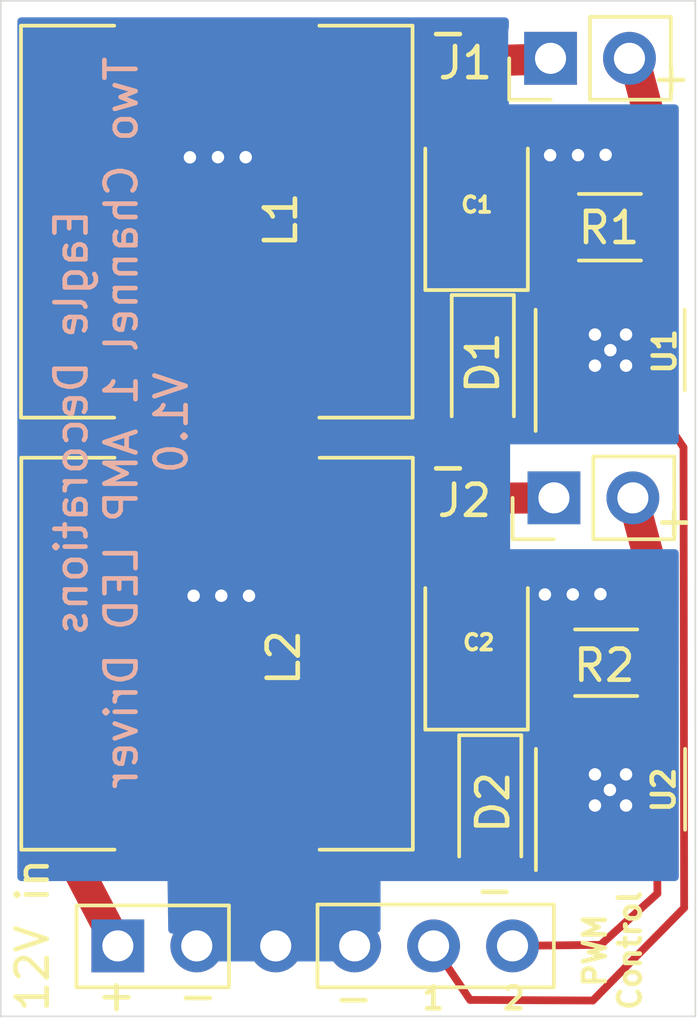
<source format=kicad_pcb>
(kicad_pcb (version 20171130) (host pcbnew "(5.1.6)-1")

  (general
    (thickness 1.6)
    (drawings 17)
    (tracks 68)
    (zones 0)
    (modules 13)
    (nets 11)
  )

  (page A4)
  (layers
    (0 F.Cu signal)
    (31 B.Cu signal)
    (32 B.Adhes user)
    (33 F.Adhes user)
    (34 B.Paste user)
    (35 F.Paste user)
    (36 B.SilkS user)
    (37 F.SilkS user)
    (38 B.Mask user)
    (39 F.Mask user)
    (40 Dwgs.User user)
    (41 Cmts.User user)
    (42 Eco1.User user hide)
    (43 Eco2.User user)
    (44 Edge.Cuts user)
    (45 Margin user)
    (46 B.CrtYd user)
    (47 F.CrtYd user)
    (48 B.Fab user)
    (49 F.Fab user hide)
  )

  (setup
    (last_trace_width 0.25)
    (user_trace_width 0.5)
    (user_trace_width 1)
    (user_trace_width 2)
    (trace_clearance 0.2)
    (zone_clearance 0.508)
    (zone_45_only no)
    (trace_min 0.2)
    (via_size 0.8)
    (via_drill 0.4)
    (via_min_size 0.4)
    (via_min_drill 0.3)
    (uvia_size 0.3)
    (uvia_drill 0.1)
    (uvias_allowed no)
    (uvia_min_size 0.2)
    (uvia_min_drill 0.1)
    (edge_width 0.05)
    (segment_width 0.2)
    (pcb_text_width 0.3)
    (pcb_text_size 1.5 1.5)
    (mod_edge_width 0.12)
    (mod_text_size 1 1)
    (mod_text_width 0.15)
    (pad_size 1.524 1.524)
    (pad_drill 0.762)
    (pad_to_mask_clearance 0.05)
    (aux_axis_origin 0 0)
    (visible_elements 7FFFFFFF)
    (pcbplotparams
      (layerselection 0x010fc_ffffffff)
      (usegerberextensions false)
      (usegerberattributes true)
      (usegerberadvancedattributes true)
      (creategerberjobfile true)
      (excludeedgelayer true)
      (linewidth 0.100000)
      (plotframeref false)
      (viasonmask false)
      (mode 1)
      (useauxorigin false)
      (hpglpennumber 1)
      (hpglpenspeed 20)
      (hpglpendiameter 15.000000)
      (psnegative false)
      (psa4output false)
      (plotreference true)
      (plotvalue true)
      (plotinvisibletext false)
      (padsonsilk false)
      (subtractmaskfromsilk false)
      (outputformat 1)
      (mirror false)
      (drillshape 0)
      (scaleselection 1)
      (outputdirectory "Gerbers/"))
  )

  (net 0 "")
  (net 1 /Gnd)
  (net 2 /Vin)
  (net 3 /SW1)
  (net 4 /SW2)
  (net 5 /LED1+)
  (net 6 /LED1-)
  (net 7 /LED2+)
  (net 8 /LED2-)
  (net 9 /Dim2)
  (net 10 /Dim1)

  (net_class Default "This is the default net class."
    (clearance 0.2)
    (trace_width 0.25)
    (via_dia 0.8)
    (via_drill 0.4)
    (uvia_dia 0.3)
    (uvia_drill 0.1)
    (add_net /Dim1)
    (add_net /Dim2)
    (add_net /Gnd)
    (add_net /LED1+)
    (add_net /LED1-)
    (add_net /LED2+)
    (add_net /LED2-)
    (add_net /SW1)
    (add_net /SW2)
    (add_net /Vin)
  )

  (module Pin_Headers:Pin_Header_Straight_1x06_Pitch2.54mm (layer F.Cu) (tedit 5F40665A) (tstamp 5F403BDC)
    (at 74.98712 51.07356 90)
    (descr "Through hole straight pin header, 1x06, 2.54mm pitch, single row")
    (tags "Through hole pin header THT 1x06 2.54mm single row")
    (path /5F3CA252)
    (fp_text reference J5 (at 0 -2.33 90) (layer Eco1.User)
      (effects (font (size 1 1) (thickness 0.15)))
    )
    (fp_text value Power (at 0 15.03 90) (layer F.Fab)
      (effects (font (size 1 1) (thickness 0.15)))
    )
    (fp_line (start 1.8 -1.8) (end -1.8 -1.8) (layer F.CrtYd) (width 0.05))
    (fp_line (start 1.8 14.5) (end 1.8 -1.8) (layer F.CrtYd) (width 0.05))
    (fp_line (start -1.8 14.5) (end 1.8 14.5) (layer F.CrtYd) (width 0.05))
    (fp_line (start -1.8 -1.8) (end -1.8 14.5) (layer F.CrtYd) (width 0.05))
    (fp_line (start -1.33 3.575) (end -1.33 -1.33) (layer F.SilkS) (width 0.12))
    (fp_line (start -1.33 -1.33) (end 1.3 -1.33) (layer F.SilkS) (width 0.12))
    (fp_line (start 1.33 6.425) (end 1.33 14.03) (layer F.SilkS) (width 0.12))
    (fp_line (start -1.33 6.425) (end -1.33 14.03) (layer F.SilkS) (width 0.12))
    (fp_line (start -1.33 14.03) (end 1.33 14.03) (layer F.SilkS) (width 0.12))
    (fp_line (start -1.27 -0.635) (end -0.635 -1.27) (layer F.Fab) (width 0.1))
    (fp_line (start -1.27 13.97) (end -1.27 -0.635) (layer F.Fab) (width 0.1))
    (fp_line (start 1.27 13.97) (end -1.27 13.97) (layer F.Fab) (width 0.1))
    (fp_line (start 1.27 -1.27) (end 1.27 13.97) (layer F.Fab) (width 0.1))
    (fp_line (start -0.635 -1.27) (end 1.27 -1.27) (layer F.Fab) (width 0.1))
    (fp_text user %R (at 0 6.35 180) (layer F.Fab)
      (effects (font (size 1 1) (thickness 0.15)))
    )
    (fp_line (start -1.33 6.425) (end 1.33 6.425) (layer F.SilkS) (width 0.12))
    (fp_line (start -1.33 3.575) (end 1.3 3.575) (layer F.SilkS) (width 0.12))
    (fp_line (start 1.3 3.575) (end 1.3 -1.33) (layer F.SilkS) (width 0.12))
    (pad 6 thru_hole oval (at 0 12.7 90) (size 1.7 1.7) (drill 1) (layers *.Cu *.Mask)
      (net 9 /Dim2))
    (pad 5 thru_hole oval (at 0 10.16 90) (size 1.7 1.7) (drill 1) (layers *.Cu *.Mask)
      (net 10 /Dim1))
    (pad 4 thru_hole oval (at 0 7.62 90) (size 1.7 1.7) (drill 1) (layers *.Cu *.Mask)
      (net 1 /Gnd))
    (pad 3 thru_hole oval (at 0 5.08 90) (size 1.7 1.7) (drill 1) (layers *.Cu *.Mask)
      (net 1 /Gnd))
    (pad 2 thru_hole oval (at 0 2.54 90) (size 1.7 1.7) (drill 1) (layers *.Cu *.Mask)
      (net 1 /Gnd))
    (pad 1 thru_hole rect (at 0 0 90) (size 1.7 1.7) (drill 1) (layers *.Cu *.Mask)
      (net 2 /Vin))
    (model ${KISYS3DMOD}/Pin_Headers.3dshapes/Pin_Header_Straight_1x06_Pitch2.54mm.wrl
      (at (xyz 0 0 0))
      (scale (xyz 1 1 1))
      (rotate (xyz 0 0 0))
    )
  )

  (module Diodes_SMD:D_SOD-123 (layer F.Cu) (tedit 58645DC7) (tstamp 5F3C62D5)
    (at 86.73 32.4 270)
    (descr SOD-123)
    (tags SOD-123)
    (path /5F3C641F)
    (attr smd)
    (fp_text reference D1 (at -0.07 0 90) (layer F.SilkS)
      (effects (font (size 1 1) (thickness 0.15)))
    )
    (fp_text value 1N5819 (at 0 2.1 90) (layer F.Fab)
      (effects (font (size 1 1) (thickness 0.15)))
    )
    (fp_line (start -2.25 -1) (end -2.25 1) (layer F.SilkS) (width 0.12))
    (fp_line (start 0.25 0) (end 0.75 0) (layer F.Fab) (width 0.1))
    (fp_line (start 0.25 0.4) (end -0.35 0) (layer F.Fab) (width 0.1))
    (fp_line (start 0.25 -0.4) (end 0.25 0.4) (layer F.Fab) (width 0.1))
    (fp_line (start -0.35 0) (end 0.25 -0.4) (layer F.Fab) (width 0.1))
    (fp_line (start -0.35 0) (end -0.35 0.55) (layer F.Fab) (width 0.1))
    (fp_line (start -0.35 0) (end -0.35 -0.55) (layer F.Fab) (width 0.1))
    (fp_line (start -0.75 0) (end -0.35 0) (layer F.Fab) (width 0.1))
    (fp_line (start -1.4 0.9) (end -1.4 -0.9) (layer F.Fab) (width 0.1))
    (fp_line (start 1.4 0.9) (end -1.4 0.9) (layer F.Fab) (width 0.1))
    (fp_line (start 1.4 -0.9) (end 1.4 0.9) (layer F.Fab) (width 0.1))
    (fp_line (start -1.4 -0.9) (end 1.4 -0.9) (layer F.Fab) (width 0.1))
    (fp_line (start -2.35 -1.15) (end 2.35 -1.15) (layer F.CrtYd) (width 0.05))
    (fp_line (start 2.35 -1.15) (end 2.35 1.15) (layer F.CrtYd) (width 0.05))
    (fp_line (start 2.35 1.15) (end -2.35 1.15) (layer F.CrtYd) (width 0.05))
    (fp_line (start -2.35 -1.15) (end -2.35 1.15) (layer F.CrtYd) (width 0.05))
    (fp_line (start -2.25 1) (end 1.65 1) (layer F.SilkS) (width 0.12))
    (fp_line (start -2.25 -1) (end 1.65 -1) (layer F.SilkS) (width 0.12))
    (fp_text user %R (at 0 -2 90) (layer F.Fab)
      (effects (font (size 1 1) (thickness 0.15)))
    )
    (pad 2 smd rect (at 1.65 0 270) (size 0.9 1.2) (layers F.Cu F.Paste F.Mask)
      (net 3 /SW1))
    (pad 1 smd rect (at -1.65 0 270) (size 0.9 1.2) (layers F.Cu F.Paste F.Mask)
      (net 2 /Vin))
    (model ${KISYS3DMOD}/Diodes_SMD.3dshapes/D_SOD-123.wrl
      (at (xyz 0 0 0))
      (scale (xyz 1 1 1))
      (rotate (xyz 0 0 0))
    )
  )

  (module Pin_Headers:Pin_Header_Straight_1x02_Pitch2.54mm (layer F.Cu) (tedit 59650532) (tstamp 5F3D4451)
    (at 88.91 22.54 90)
    (descr "Through hole straight pin header, 1x02, 2.54mm pitch, single row")
    (tags "Through hole pin header THT 1x02 2.54mm single row")
    (path /5F3CC684)
    (fp_text reference J1 (at -0.15 -2.74 180) (layer F.SilkS)
      (effects (font (size 1 1) (thickness 0.15)))
    )
    (fp_text value LED (at 0 4.87 90) (layer F.Fab)
      (effects (font (size 1 1) (thickness 0.15)))
    )
    (fp_line (start -0.635 -1.27) (end 1.27 -1.27) (layer F.Fab) (width 0.1))
    (fp_line (start 1.27 -1.27) (end 1.27 3.81) (layer F.Fab) (width 0.1))
    (fp_line (start 1.27 3.81) (end -1.27 3.81) (layer F.Fab) (width 0.1))
    (fp_line (start -1.27 3.81) (end -1.27 -0.635) (layer F.Fab) (width 0.1))
    (fp_line (start -1.27 -0.635) (end -0.635 -1.27) (layer F.Fab) (width 0.1))
    (fp_line (start -1.33 3.87) (end 1.33 3.87) (layer F.SilkS) (width 0.12))
    (fp_line (start -1.33 1.27) (end -1.33 3.87) (layer F.SilkS) (width 0.12))
    (fp_line (start 1.33 1.27) (end 1.33 3.87) (layer F.SilkS) (width 0.12))
    (fp_line (start -1.33 1.27) (end 1.33 1.27) (layer F.SilkS) (width 0.12))
    (fp_line (start -1.33 0) (end -1.33 -1.33) (layer F.SilkS) (width 0.12))
    (fp_line (start -1.33 -1.33) (end 0 -1.33) (layer F.SilkS) (width 0.12))
    (fp_line (start -1.8 -1.8) (end -1.8 4.35) (layer F.CrtYd) (width 0.05))
    (fp_line (start -1.8 4.35) (end 1.8 4.35) (layer F.CrtYd) (width 0.05))
    (fp_line (start 1.8 4.35) (end 1.8 -1.8) (layer F.CrtYd) (width 0.05))
    (fp_line (start 1.8 -1.8) (end -1.8 -1.8) (layer F.CrtYd) (width 0.05))
    (fp_text user %R (at 0 1.27) (layer F.Fab)
      (effects (font (size 1 1) (thickness 0.15)))
    )
    (pad 2 thru_hole oval (at 0 2.54 90) (size 1.7 1.7) (drill 1) (layers *.Cu *.Mask)
      (net 5 /LED1+))
    (pad 1 thru_hole rect (at 0 0 90) (size 1.7 1.7) (drill 1) (layers *.Cu *.Mask)
      (net 6 /LED1-))
    (model ${KISYS3DMOD}/Pin_Headers.3dshapes/Pin_Header_Straight_1x02_Pitch2.54mm.wrl
      (at (xyz 0 0 0))
      (scale (xyz 1 1 1))
      (rotate (xyz 0 0 0))
    )
  )

  (module Inductors_SMD:L_12x12mm_h6mm (layer F.Cu) (tedit 5990349B) (tstamp 5F3D3BE0)
    (at 78.17 27.79 270)
    (descr "Choke, SMD, 12x12mm 6mm height")
    (tags "Choke SMD")
    (path /5F3C7340)
    (attr smd)
    (fp_text reference L1 (at -0.05 -2.06 90) (layer F.SilkS)
      (effects (font (size 1 1) (thickness 0.15)))
    )
    (fp_text value 47mH (at 0 7.5 90) (layer F.Fab)
      (effects (font (size 1 1) (thickness 0.15)))
    )
    (fp_line (start 6.3 3.3) (end 6.3 6.3) (layer F.SilkS) (width 0.12))
    (fp_line (start 6.3 6.3) (end -6.3 6.3) (layer F.SilkS) (width 0.12))
    (fp_line (start -6.3 6.3) (end -6.3 3.3) (layer F.SilkS) (width 0.12))
    (fp_line (start -6.3 -3.3) (end -6.3 -6.3) (layer F.SilkS) (width 0.12))
    (fp_line (start -6.3 -6.3) (end 6.3 -6.3) (layer F.SilkS) (width 0.12))
    (fp_line (start 6.3 -6.3) (end 6.3 -3.3) (layer F.SilkS) (width 0.12))
    (fp_line (start -6.86 -6.6) (end 6.86 -6.6) (layer F.CrtYd) (width 0.05))
    (fp_line (start 6.86 -6.6) (end 6.86 6.6) (layer F.CrtYd) (width 0.05))
    (fp_line (start 6.86 6.6) (end -6.86 6.6) (layer F.CrtYd) (width 0.05))
    (fp_line (start -6.86 6.6) (end -6.86 -6.6) (layer F.CrtYd) (width 0.05))
    (fp_line (start 4.9 3.3) (end 5 3.4) (layer F.Fab) (width 0.1))
    (fp_line (start 5 3.4) (end 5.1 3.8) (layer F.Fab) (width 0.1))
    (fp_line (start 5.1 3.8) (end 5 4.3) (layer F.Fab) (width 0.1))
    (fp_line (start 5 4.3) (end 4.8 4.6) (layer F.Fab) (width 0.1))
    (fp_line (start 4.8 4.6) (end 4.5 5) (layer F.Fab) (width 0.1))
    (fp_line (start 4.5 5) (end 4 5.1) (layer F.Fab) (width 0.1))
    (fp_line (start 4 5.1) (end 3.5 5) (layer F.Fab) (width 0.1))
    (fp_line (start 3.5 5) (end 3.1 4.7) (layer F.Fab) (width 0.1))
    (fp_line (start 3.1 4.7) (end 3 4.6) (layer F.Fab) (width 0.1))
    (fp_line (start 3 4.6) (end 2.4 5) (layer F.Fab) (width 0.1))
    (fp_line (start 2.4 5) (end 1.6 5.3) (layer F.Fab) (width 0.1))
    (fp_line (start 1.6 5.3) (end 0.6 5.5) (layer F.Fab) (width 0.1))
    (fp_line (start 0.6 5.5) (end -0.6 5.5) (layer F.Fab) (width 0.1))
    (fp_line (start -0.6 5.5) (end -1.5 5.3) (layer F.Fab) (width 0.1))
    (fp_line (start -1.5 5.3) (end -2.1 5.1) (layer F.Fab) (width 0.1))
    (fp_line (start -2.1 5.1) (end -2.6 4.9) (layer F.Fab) (width 0.1))
    (fp_line (start -2.6 4.9) (end -3 4.7) (layer F.Fab) (width 0.1))
    (fp_line (start -3 4.7) (end -3.3 4.9) (layer F.Fab) (width 0.1))
    (fp_line (start -3.3 4.9) (end -3.9 5.1) (layer F.Fab) (width 0.1))
    (fp_line (start -3.9 5.1) (end -4.3 5) (layer F.Fab) (width 0.1))
    (fp_line (start -4.3 5) (end -4.6 4.8) (layer F.Fab) (width 0.1))
    (fp_line (start -4.6 4.8) (end -4.9 4.6) (layer F.Fab) (width 0.1))
    (fp_line (start -4.9 4.6) (end -5.1 4.1) (layer F.Fab) (width 0.1))
    (fp_line (start -5.1 4.1) (end -5 3.6) (layer F.Fab) (width 0.1))
    (fp_line (start -5 3.6) (end -4.8 3.2) (layer F.Fab) (width 0.1))
    (fp_line (start 4.9 -3.3) (end 5 -3.6) (layer F.Fab) (width 0.1))
    (fp_line (start 5 -3.6) (end 5.1 -4) (layer F.Fab) (width 0.1))
    (fp_line (start 5.1 -4) (end 5 -4.3) (layer F.Fab) (width 0.1))
    (fp_line (start 5 -4.3) (end 4.8 -4.7) (layer F.Fab) (width 0.1))
    (fp_line (start 4.8 -4.7) (end 4.5 -4.9) (layer F.Fab) (width 0.1))
    (fp_line (start 4.5 -4.9) (end 4.2 -5.1) (layer F.Fab) (width 0.1))
    (fp_line (start 4.2 -5.1) (end 3.9 -5.1) (layer F.Fab) (width 0.1))
    (fp_line (start 3.9 -5.1) (end 3.6 -5) (layer F.Fab) (width 0.1))
    (fp_line (start 3.6 -5) (end 3.3 -4.9) (layer F.Fab) (width 0.1))
    (fp_line (start 3.3 -4.9) (end 3 -4.6) (layer F.Fab) (width 0.1))
    (fp_line (start 3 -4.6) (end 2.6 -4.9) (layer F.Fab) (width 0.1))
    (fp_line (start 2.6 -4.9) (end 2.2 -5.1) (layer F.Fab) (width 0.1))
    (fp_line (start 2.2 -5.1) (end 1.7 -5.3) (layer F.Fab) (width 0.1))
    (fp_line (start 1.7 -5.3) (end 0.9 -5.5) (layer F.Fab) (width 0.1))
    (fp_line (start 0.9 -5.5) (end 0 -5.6) (layer F.Fab) (width 0.1))
    (fp_line (start 0 -5.6) (end -0.8 -5.5) (layer F.Fab) (width 0.1))
    (fp_line (start -0.8 -5.5) (end -1.7 -5.3) (layer F.Fab) (width 0.1))
    (fp_line (start -1.7 -5.3) (end -2.6 -4.9) (layer F.Fab) (width 0.1))
    (fp_line (start -2.6 -4.9) (end -3 -4.7) (layer F.Fab) (width 0.1))
    (fp_line (start -3 -4.7) (end -3.3 -4.9) (layer F.Fab) (width 0.1))
    (fp_line (start -3.3 -4.9) (end -3.7 -5.1) (layer F.Fab) (width 0.1))
    (fp_line (start -3.7 -5.1) (end -4.2 -5) (layer F.Fab) (width 0.1))
    (fp_line (start -4.2 -5) (end -4.6 -4.8) (layer F.Fab) (width 0.1))
    (fp_line (start -4.6 -4.8) (end -4.9 -4.5) (layer F.Fab) (width 0.1))
    (fp_line (start -4.9 -4.5) (end -5.1 -4) (layer F.Fab) (width 0.1))
    (fp_line (start -5.1 -4) (end -5 -3.5) (layer F.Fab) (width 0.1))
    (fp_line (start -5 -3.5) (end -4.8 -3.2) (layer F.Fab) (width 0.1))
    (fp_line (start -6.2 3.3) (end -6.2 6.2) (layer F.Fab) (width 0.1))
    (fp_line (start -6.2 6.2) (end 6.2 6.2) (layer F.Fab) (width 0.1))
    (fp_line (start 6.2 6.2) (end 6.2 3.3) (layer F.Fab) (width 0.1))
    (fp_line (start 6.2 -6.2) (end -6.2 -6.2) (layer F.Fab) (width 0.1))
    (fp_line (start -6.2 -6.2) (end -6.2 -3.3) (layer F.Fab) (width 0.1))
    (fp_line (start 6.2 -6.2) (end 6.2 -3.3) (layer F.Fab) (width 0.1))
    (fp_circle (center 0 0) (end 0.9 0) (layer F.Adhes) (width 0.38))
    (fp_circle (center 0 0) (end 0.55 0) (layer F.Adhes) (width 0.38))
    (fp_circle (center 0 0) (end 0.15 0.15) (layer F.Adhes) (width 0.38))
    (fp_circle (center -2.1 3) (end -1.8 3.25) (layer F.Fab) (width 0.1))
    (fp_text user %R (at 0 0 90) (layer F.Fab)
      (effects (font (size 1 1) (thickness 0.15)))
    )
    (pad 2 smd rect (at 4.95 0 270) (size 2.9 5.4) (layers F.Cu F.Paste F.Mask)
      (net 3 /SW1))
    (pad 1 smd rect (at -4.95 0 270) (size 2.9 5.4) (layers F.Cu F.Paste F.Mask)
      (net 6 /LED1-))
    (model ${KISYS3DMOD}/Inductors_SMD.3dshapes/L_12x12mm_h6mm.wrl
      (at (xyz 0 0 0))
      (scale (xyz 4 4 4))
      (rotate (xyz 0 0 0))
    )
  )

  (module Resistors_SMD:R_1206 (layer F.Cu) (tedit 58E0A804) (tstamp 5F3C6377)
    (at 90.82 27.97)
    (descr "Resistor SMD 1206, reflow soldering, Vishay (see dcrcw.pdf)")
    (tags "resistor 1206")
    (path /5F3C7B30)
    (attr smd)
    (fp_text reference R1 (at -0.03 0.02) (layer F.SilkS)
      (effects (font (size 1 1) (thickness 0.15)))
    )
    (fp_text value 0.2 (at 0 1.95) (layer F.Fab)
      (effects (font (size 1 1) (thickness 0.15)))
    )
    (fp_line (start -1.6 0.8) (end -1.6 -0.8) (layer F.Fab) (width 0.1))
    (fp_line (start 1.6 0.8) (end -1.6 0.8) (layer F.Fab) (width 0.1))
    (fp_line (start 1.6 -0.8) (end 1.6 0.8) (layer F.Fab) (width 0.1))
    (fp_line (start -1.6 -0.8) (end 1.6 -0.8) (layer F.Fab) (width 0.1))
    (fp_line (start 1 1.07) (end -1 1.07) (layer F.SilkS) (width 0.12))
    (fp_line (start -1 -1.07) (end 1 -1.07) (layer F.SilkS) (width 0.12))
    (fp_line (start -2.15 -1.11) (end 2.15 -1.11) (layer F.CrtYd) (width 0.05))
    (fp_line (start -2.15 -1.11) (end -2.15 1.1) (layer F.CrtYd) (width 0.05))
    (fp_line (start 2.15 1.1) (end 2.15 -1.11) (layer F.CrtYd) (width 0.05))
    (fp_line (start 2.15 1.1) (end -2.15 1.1) (layer F.CrtYd) (width 0.05))
    (fp_text user %R (at 0 0) (layer F.Fab)
      (effects (font (size 0.7 0.7) (thickness 0.105)))
    )
    (pad 2 smd rect (at 1.45 0) (size 0.9 1.7) (layers F.Cu F.Paste F.Mask)
      (net 5 /LED1+))
    (pad 1 smd rect (at -1.45 0) (size 0.9 1.7) (layers F.Cu F.Paste F.Mask)
      (net 2 /Vin))
    (model ${KISYS3DMOD}/Resistors_SMD.3dshapes/R_1206.wrl
      (at (xyz 0 0 0))
      (scale (xyz 1 1 1))
      (rotate (xyz 0 0 0))
    )
  )

  (module Diodes_SMD:D_SOD-123 (layer F.Cu) (tedit 58645DC7) (tstamp 5F3D45AB)
    (at 86.97 46.55 270)
    (descr SOD-123)
    (tags SOD-123)
    (path /5F3EAA5F)
    (attr smd)
    (fp_text reference D2 (at -0.09 -0.09 90) (layer F.SilkS)
      (effects (font (size 1 1) (thickness 0.15)))
    )
    (fp_text value 1N5819 (at 0 2.1 90) (layer F.Fab)
      (effects (font (size 1 1) (thickness 0.15)))
    )
    (fp_line (start -2.25 -1) (end -2.25 1) (layer F.SilkS) (width 0.12))
    (fp_line (start 0.25 0) (end 0.75 0) (layer F.Fab) (width 0.1))
    (fp_line (start 0.25 0.4) (end -0.35 0) (layer F.Fab) (width 0.1))
    (fp_line (start 0.25 -0.4) (end 0.25 0.4) (layer F.Fab) (width 0.1))
    (fp_line (start -0.35 0) (end 0.25 -0.4) (layer F.Fab) (width 0.1))
    (fp_line (start -0.35 0) (end -0.35 0.55) (layer F.Fab) (width 0.1))
    (fp_line (start -0.35 0) (end -0.35 -0.55) (layer F.Fab) (width 0.1))
    (fp_line (start -0.75 0) (end -0.35 0) (layer F.Fab) (width 0.1))
    (fp_line (start -1.4 0.9) (end -1.4 -0.9) (layer F.Fab) (width 0.1))
    (fp_line (start 1.4 0.9) (end -1.4 0.9) (layer F.Fab) (width 0.1))
    (fp_line (start 1.4 -0.9) (end 1.4 0.9) (layer F.Fab) (width 0.1))
    (fp_line (start -1.4 -0.9) (end 1.4 -0.9) (layer F.Fab) (width 0.1))
    (fp_line (start -2.35 -1.15) (end 2.35 -1.15) (layer F.CrtYd) (width 0.05))
    (fp_line (start 2.35 -1.15) (end 2.35 1.15) (layer F.CrtYd) (width 0.05))
    (fp_line (start 2.35 1.15) (end -2.35 1.15) (layer F.CrtYd) (width 0.05))
    (fp_line (start -2.35 -1.15) (end -2.35 1.15) (layer F.CrtYd) (width 0.05))
    (fp_line (start -2.25 1) (end 1.65 1) (layer F.SilkS) (width 0.12))
    (fp_line (start -2.25 -1) (end 1.65 -1) (layer F.SilkS) (width 0.12))
    (fp_text user %R (at 0 -2 90) (layer F.Fab)
      (effects (font (size 1 1) (thickness 0.15)))
    )
    (pad 2 smd rect (at 1.65 0 270) (size 0.9 1.2) (layers F.Cu F.Paste F.Mask)
      (net 4 /SW2))
    (pad 1 smd rect (at -1.65 0 270) (size 0.9 1.2) (layers F.Cu F.Paste F.Mask)
      (net 2 /Vin))
    (model ${KISYS3DMOD}/Diodes_SMD.3dshapes/D_SOD-123.wrl
      (at (xyz 0 0 0))
      (scale (xyz 1 1 1))
      (rotate (xyz 0 0 0))
    )
  )

  (module Pin_Headers:Pin_Header_Straight_1x02_Pitch2.54mm (layer F.Cu) (tedit 59650532) (tstamp 5F3C8EF6)
    (at 89.02 36.67 90)
    (descr "Through hole straight pin header, 1x02, 2.54mm pitch, single row")
    (tags "Through hole pin header THT 1x02 2.54mm single row")
    (path /5F3EAA3F)
    (fp_text reference J2 (at -0.09 -2.88 180) (layer F.SilkS)
      (effects (font (size 1 1) (thickness 0.15)))
    )
    (fp_text value LED (at 0 4.87 90) (layer F.Fab)
      (effects (font (size 1 1) (thickness 0.15)))
    )
    (fp_line (start -0.635 -1.27) (end 1.27 -1.27) (layer F.Fab) (width 0.1))
    (fp_line (start 1.27 -1.27) (end 1.27 3.81) (layer F.Fab) (width 0.1))
    (fp_line (start 1.27 3.81) (end -1.27 3.81) (layer F.Fab) (width 0.1))
    (fp_line (start -1.27 3.81) (end -1.27 -0.635) (layer F.Fab) (width 0.1))
    (fp_line (start -1.27 -0.635) (end -0.635 -1.27) (layer F.Fab) (width 0.1))
    (fp_line (start -1.33 3.87) (end 1.33 3.87) (layer F.SilkS) (width 0.12))
    (fp_line (start -1.33 1.27) (end -1.33 3.87) (layer F.SilkS) (width 0.12))
    (fp_line (start 1.33 1.27) (end 1.33 3.87) (layer F.SilkS) (width 0.12))
    (fp_line (start -1.33 1.27) (end 1.33 1.27) (layer F.SilkS) (width 0.12))
    (fp_line (start -1.33 0) (end -1.33 -1.33) (layer F.SilkS) (width 0.12))
    (fp_line (start -1.33 -1.33) (end 0 -1.33) (layer F.SilkS) (width 0.12))
    (fp_line (start -1.8 -1.8) (end -1.8 4.35) (layer F.CrtYd) (width 0.05))
    (fp_line (start -1.8 4.35) (end 1.8 4.35) (layer F.CrtYd) (width 0.05))
    (fp_line (start 1.8 4.35) (end 1.8 -1.8) (layer F.CrtYd) (width 0.05))
    (fp_line (start 1.8 -1.8) (end -1.8 -1.8) (layer F.CrtYd) (width 0.05))
    (fp_text user %R (at 0 1.27) (layer F.Fab)
      (effects (font (size 1 1) (thickness 0.15)))
    )
    (pad 2 thru_hole oval (at 0 2.54 90) (size 1.7 1.7) (drill 1) (layers *.Cu *.Mask)
      (net 7 /LED2+))
    (pad 1 thru_hole rect (at 0 0 90) (size 1.7 1.7) (drill 1) (layers *.Cu *.Mask)
      (net 8 /LED2-))
    (model ${KISYS3DMOD}/Pin_Headers.3dshapes/Pin_Header_Straight_1x02_Pitch2.54mm.wrl
      (at (xyz 0 0 0))
      (scale (xyz 1 1 1))
      (rotate (xyz 0 0 0))
    )
  )

  (module Inductors_SMD:L_12x12mm_h6mm (layer F.Cu) (tedit 5990349B) (tstamp 5F3C8F89)
    (at 78.18 41.68 270)
    (descr "Choke, SMD, 12x12mm 6mm height")
    (tags "Choke SMD")
    (path /5F3EAA58)
    (attr smd)
    (fp_text reference L2 (at 0.13 -2.14 90) (layer F.SilkS)
      (effects (font (size 1 1) (thickness 0.15)))
    )
    (fp_text value 47mH (at 0 7.5 90) (layer F.Fab)
      (effects (font (size 1 1) (thickness 0.15)))
    )
    (fp_circle (center -2.1 3) (end -1.8 3.25) (layer F.Fab) (width 0.1))
    (fp_circle (center 0 0) (end 0.15 0.15) (layer F.Adhes) (width 0.38))
    (fp_circle (center 0 0) (end 0.55 0) (layer F.Adhes) (width 0.38))
    (fp_circle (center 0 0) (end 0.9 0) (layer F.Adhes) (width 0.38))
    (fp_line (start 6.2 -6.2) (end 6.2 -3.3) (layer F.Fab) (width 0.1))
    (fp_line (start -6.2 -6.2) (end -6.2 -3.3) (layer F.Fab) (width 0.1))
    (fp_line (start 6.2 -6.2) (end -6.2 -6.2) (layer F.Fab) (width 0.1))
    (fp_line (start 6.2 6.2) (end 6.2 3.3) (layer F.Fab) (width 0.1))
    (fp_line (start -6.2 6.2) (end 6.2 6.2) (layer F.Fab) (width 0.1))
    (fp_line (start -6.2 3.3) (end -6.2 6.2) (layer F.Fab) (width 0.1))
    (fp_line (start -5 -3.5) (end -4.8 -3.2) (layer F.Fab) (width 0.1))
    (fp_line (start -5.1 -4) (end -5 -3.5) (layer F.Fab) (width 0.1))
    (fp_line (start -4.9 -4.5) (end -5.1 -4) (layer F.Fab) (width 0.1))
    (fp_line (start -4.6 -4.8) (end -4.9 -4.5) (layer F.Fab) (width 0.1))
    (fp_line (start -4.2 -5) (end -4.6 -4.8) (layer F.Fab) (width 0.1))
    (fp_line (start -3.7 -5.1) (end -4.2 -5) (layer F.Fab) (width 0.1))
    (fp_line (start -3.3 -4.9) (end -3.7 -5.1) (layer F.Fab) (width 0.1))
    (fp_line (start -3 -4.7) (end -3.3 -4.9) (layer F.Fab) (width 0.1))
    (fp_line (start -2.6 -4.9) (end -3 -4.7) (layer F.Fab) (width 0.1))
    (fp_line (start -1.7 -5.3) (end -2.6 -4.9) (layer F.Fab) (width 0.1))
    (fp_line (start -0.8 -5.5) (end -1.7 -5.3) (layer F.Fab) (width 0.1))
    (fp_line (start 0 -5.6) (end -0.8 -5.5) (layer F.Fab) (width 0.1))
    (fp_line (start 0.9 -5.5) (end 0 -5.6) (layer F.Fab) (width 0.1))
    (fp_line (start 1.7 -5.3) (end 0.9 -5.5) (layer F.Fab) (width 0.1))
    (fp_line (start 2.2 -5.1) (end 1.7 -5.3) (layer F.Fab) (width 0.1))
    (fp_line (start 2.6 -4.9) (end 2.2 -5.1) (layer F.Fab) (width 0.1))
    (fp_line (start 3 -4.6) (end 2.6 -4.9) (layer F.Fab) (width 0.1))
    (fp_line (start 3.3 -4.9) (end 3 -4.6) (layer F.Fab) (width 0.1))
    (fp_line (start 3.6 -5) (end 3.3 -4.9) (layer F.Fab) (width 0.1))
    (fp_line (start 3.9 -5.1) (end 3.6 -5) (layer F.Fab) (width 0.1))
    (fp_line (start 4.2 -5.1) (end 3.9 -5.1) (layer F.Fab) (width 0.1))
    (fp_line (start 4.5 -4.9) (end 4.2 -5.1) (layer F.Fab) (width 0.1))
    (fp_line (start 4.8 -4.7) (end 4.5 -4.9) (layer F.Fab) (width 0.1))
    (fp_line (start 5 -4.3) (end 4.8 -4.7) (layer F.Fab) (width 0.1))
    (fp_line (start 5.1 -4) (end 5 -4.3) (layer F.Fab) (width 0.1))
    (fp_line (start 5 -3.6) (end 5.1 -4) (layer F.Fab) (width 0.1))
    (fp_line (start 4.9 -3.3) (end 5 -3.6) (layer F.Fab) (width 0.1))
    (fp_line (start -5 3.6) (end -4.8 3.2) (layer F.Fab) (width 0.1))
    (fp_line (start -5.1 4.1) (end -5 3.6) (layer F.Fab) (width 0.1))
    (fp_line (start -4.9 4.6) (end -5.1 4.1) (layer F.Fab) (width 0.1))
    (fp_line (start -4.6 4.8) (end -4.9 4.6) (layer F.Fab) (width 0.1))
    (fp_line (start -4.3 5) (end -4.6 4.8) (layer F.Fab) (width 0.1))
    (fp_line (start -3.9 5.1) (end -4.3 5) (layer F.Fab) (width 0.1))
    (fp_line (start -3.3 4.9) (end -3.9 5.1) (layer F.Fab) (width 0.1))
    (fp_line (start -3 4.7) (end -3.3 4.9) (layer F.Fab) (width 0.1))
    (fp_line (start -2.6 4.9) (end -3 4.7) (layer F.Fab) (width 0.1))
    (fp_line (start -2.1 5.1) (end -2.6 4.9) (layer F.Fab) (width 0.1))
    (fp_line (start -1.5 5.3) (end -2.1 5.1) (layer F.Fab) (width 0.1))
    (fp_line (start -0.6 5.5) (end -1.5 5.3) (layer F.Fab) (width 0.1))
    (fp_line (start 0.6 5.5) (end -0.6 5.5) (layer F.Fab) (width 0.1))
    (fp_line (start 1.6 5.3) (end 0.6 5.5) (layer F.Fab) (width 0.1))
    (fp_line (start 2.4 5) (end 1.6 5.3) (layer F.Fab) (width 0.1))
    (fp_line (start 3 4.6) (end 2.4 5) (layer F.Fab) (width 0.1))
    (fp_line (start 3.1 4.7) (end 3 4.6) (layer F.Fab) (width 0.1))
    (fp_line (start 3.5 5) (end 3.1 4.7) (layer F.Fab) (width 0.1))
    (fp_line (start 4 5.1) (end 3.5 5) (layer F.Fab) (width 0.1))
    (fp_line (start 4.5 5) (end 4 5.1) (layer F.Fab) (width 0.1))
    (fp_line (start 4.8 4.6) (end 4.5 5) (layer F.Fab) (width 0.1))
    (fp_line (start 5 4.3) (end 4.8 4.6) (layer F.Fab) (width 0.1))
    (fp_line (start 5.1 3.8) (end 5 4.3) (layer F.Fab) (width 0.1))
    (fp_line (start 5 3.4) (end 5.1 3.8) (layer F.Fab) (width 0.1))
    (fp_line (start 4.9 3.3) (end 5 3.4) (layer F.Fab) (width 0.1))
    (fp_line (start -6.86 6.6) (end -6.86 -6.6) (layer F.CrtYd) (width 0.05))
    (fp_line (start 6.86 6.6) (end -6.86 6.6) (layer F.CrtYd) (width 0.05))
    (fp_line (start 6.86 -6.6) (end 6.86 6.6) (layer F.CrtYd) (width 0.05))
    (fp_line (start -6.86 -6.6) (end 6.86 -6.6) (layer F.CrtYd) (width 0.05))
    (fp_line (start 6.3 -6.3) (end 6.3 -3.3) (layer F.SilkS) (width 0.12))
    (fp_line (start -6.3 -6.3) (end 6.3 -6.3) (layer F.SilkS) (width 0.12))
    (fp_line (start -6.3 -3.3) (end -6.3 -6.3) (layer F.SilkS) (width 0.12))
    (fp_line (start -6.3 6.3) (end -6.3 3.3) (layer F.SilkS) (width 0.12))
    (fp_line (start 6.3 6.3) (end -6.3 6.3) (layer F.SilkS) (width 0.12))
    (fp_line (start 6.3 3.3) (end 6.3 6.3) (layer F.SilkS) (width 0.12))
    (fp_text user %R (at 0 0 90) (layer F.Fab)
      (effects (font (size 1 1) (thickness 0.15)))
    )
    (pad 1 smd rect (at -4.95 0 270) (size 2.9 5.4) (layers F.Cu F.Paste F.Mask)
      (net 8 /LED2-))
    (pad 2 smd rect (at 4.95 0 270) (size 2.9 5.4) (layers F.Cu F.Paste F.Mask)
      (net 4 /SW2))
    (model ${KISYS3DMOD}/Inductors_SMD.3dshapes/L_12x12mm_h6mm.wrl
      (at (xyz 0 0 0))
      (scale (xyz 4 4 4))
      (rotate (xyz 0 0 0))
    )
  )

  (module Resistors_SMD:R_1206 (layer F.Cu) (tedit 58E0A804) (tstamp 5F3C9038)
    (at 90.7 41.97)
    (descr "Resistor SMD 1206, reflow soldering, Vishay (see dcrcw.pdf)")
    (tags "resistor 1206")
    (path /5F3EAA51)
    (attr smd)
    (fp_text reference R2 (at -0.06 0.09) (layer F.SilkS)
      (effects (font (size 1 1) (thickness 0.15)))
    )
    (fp_text value 0.2 (at 0 1.95) (layer F.Fab)
      (effects (font (size 1 1) (thickness 0.15)))
    )
    (fp_line (start -1.6 0.8) (end -1.6 -0.8) (layer F.Fab) (width 0.1))
    (fp_line (start 1.6 0.8) (end -1.6 0.8) (layer F.Fab) (width 0.1))
    (fp_line (start 1.6 -0.8) (end 1.6 0.8) (layer F.Fab) (width 0.1))
    (fp_line (start -1.6 -0.8) (end 1.6 -0.8) (layer F.Fab) (width 0.1))
    (fp_line (start 1 1.07) (end -1 1.07) (layer F.SilkS) (width 0.12))
    (fp_line (start -1 -1.07) (end 1 -1.07) (layer F.SilkS) (width 0.12))
    (fp_line (start -2.15 -1.11) (end 2.15 -1.11) (layer F.CrtYd) (width 0.05))
    (fp_line (start -2.15 -1.11) (end -2.15 1.1) (layer F.CrtYd) (width 0.05))
    (fp_line (start 2.15 1.1) (end 2.15 -1.11) (layer F.CrtYd) (width 0.05))
    (fp_line (start 2.15 1.1) (end -2.15 1.1) (layer F.CrtYd) (width 0.05))
    (fp_text user %R (at 0 0) (layer F.Fab)
      (effects (font (size 0.7 0.7) (thickness 0.105)))
    )
    (pad 2 smd rect (at 1.45 0) (size 0.9 1.7) (layers F.Cu F.Paste F.Mask)
      (net 7 /LED2+))
    (pad 1 smd rect (at -1.45 0) (size 0.9 1.7) (layers F.Cu F.Paste F.Mask)
      (net 2 /Vin))
    (model ${KISYS3DMOD}/Resistors_SMD.3dshapes/R_1206.wrl
      (at (xyz 0 0 0))
      (scale (xyz 1 1 1))
      (rotate (xyz 0 0 0))
    )
  )

  (module TO_SOT_Packages_SMD:SOT-89-5_Housing (layer F.Cu) (tedit 58CE4E7F) (tstamp 5F3D4AEE)
    (at 90.83 31.92 90)
    (descr "SOT-89-5, Housing,http://www.e-devices.ricoh.co.jp/en/products/product_power/pkg/sot-89-5.pdf")
    (tags "SOT-89-5 Housing ")
    (path /5F3C5AD2)
    (attr smd)
    (fp_text reference U1 (at -0.04 1.75 90) (layer F.SilkS)
      (effects (font (size 0.7 0.7) (thickness 0.15)))
    )
    (fp_text value PT4115 (at -0.275 3.325 90) (layer F.Fab)
      (effects (font (size 1 1) (thickness 0.15)))
    )
    (fp_line (start -2.85 2.55) (end -2.85 -2.55) (layer F.CrtYd) (width 0.05))
    (fp_line (start -2.85 2.55) (end 2.85 2.55) (layer F.CrtYd) (width 0.05))
    (fp_line (start 2.85 -2.55) (end -2.85 -2.55) (layer F.CrtYd) (width 0.05))
    (fp_line (start 2.85 -2.55) (end 2.85 2.55) (layer F.CrtYd) (width 0.05))
    (fp_line (start -0.5 -2.3) (end 1.31 -2.3) (layer F.Fab) (width 0.1))
    (fp_line (start -1.29 2.3) (end -1.29 -1.51) (layer F.Fab) (width 0.1))
    (fp_line (start 1.31 2.3) (end -1.29 2.3) (layer F.Fab) (width 0.1))
    (fp_line (start 1.31 -2.3) (end 1.31 2.3) (layer F.Fab) (width 0.1))
    (fp_line (start -1.29 -1.51) (end -0.5 -2.3) (layer F.Fab) (width 0.1))
    (fp_line (start -2.6 -2.4) (end 1.3 -2.4) (layer F.SilkS) (width 0.12))
    (fp_line (start 1.3 2.4) (end -1.3 2.4) (layer F.SilkS) (width 0.12))
    (fp_text user %R (at 0 0) (layer F.Fab)
      (effects (font (size 0.6 0.6) (thickness 0.09)))
    )
    (pad 2 smd trapezoid (at 0.775 0) (size 1.5 0.75) (rect_delta 0 0.5 ) (layers F.Cu F.Paste F.Mask)
      (net 1 /Gnd))
    (pad 5 smd rect (at 1.85 -1.5) (size 0.7 1.5) (layers F.Cu F.Paste F.Mask)
      (net 2 /Vin))
    (pad 4 smd rect (at 1.85 1.5) (size 0.7 1.5) (layers F.Cu F.Paste F.Mask)
      (net 5 /LED1+))
    (pad 1 smd rect (at -1.85 -1.5) (size 0.7 1.5) (layers F.Cu F.Paste F.Mask)
      (net 3 /SW1))
    (pad 2 smd rect (at -1.85 0) (size 1 1.5) (layers F.Cu F.Paste F.Mask)
      (net 1 /Gnd))
    (pad 3 smd rect (at -1.85 1.5) (size 0.7 1.5) (layers F.Cu F.Paste F.Mask)
      (net 10 /Dim1))
    (pad 2 smd rect (at 1.85 0) (size 1 1.5) (layers F.Cu F.Paste F.Mask)
      (net 1 /Gnd))
    (pad 2 smd trapezoid (at -0.775 0 180) (size 1.5 0.75) (rect_delta 0 0.5 ) (layers F.Cu F.Paste F.Mask)
      (net 1 /Gnd))
    (pad 2 smd rect (at 0 0) (size 2 0.8) (layers F.Cu F.Paste F.Mask)
      (net 1 /Gnd))
    (model ${KISYS3DMOD}/TO_SOT_Packages_SMD.3dshapes/SOT-89-5_Housing.wrl
      (at (xyz 0 0 0))
      (scale (xyz 0.39 0.39 0.39))
      (rotate (xyz 0 0 90))
    )
  )

  (module TO_SOT_Packages_SMD:SOT-89-5_Housing (layer F.Cu) (tedit 58CE4E7F) (tstamp 5F3CA073)
    (at 90.84 46.04 90)
    (descr "SOT-89-5, Housing,http://www.e-devices.ricoh.co.jp/en/products/product_power/pkg/sot-89-5.pdf")
    (tags "SOT-89-5 Housing ")
    (path /5F3EAA66)
    (attr smd)
    (fp_text reference U2 (at -0.02 1.71 90) (layer F.SilkS)
      (effects (font (size 0.7 0.7) (thickness 0.15)))
    )
    (fp_text value PT4115 (at -0.275 3.325 90) (layer F.Fab)
      (effects (font (size 1 1) (thickness 0.15)))
    )
    (fp_line (start 1.3 2.4) (end -1.3 2.4) (layer F.SilkS) (width 0.12))
    (fp_line (start -2.6 -2.4) (end 1.3 -2.4) (layer F.SilkS) (width 0.12))
    (fp_line (start -1.29 -1.51) (end -0.5 -2.3) (layer F.Fab) (width 0.1))
    (fp_line (start 1.31 -2.3) (end 1.31 2.3) (layer F.Fab) (width 0.1))
    (fp_line (start 1.31 2.3) (end -1.29 2.3) (layer F.Fab) (width 0.1))
    (fp_line (start -1.29 2.3) (end -1.29 -1.51) (layer F.Fab) (width 0.1))
    (fp_line (start -0.5 -2.3) (end 1.31 -2.3) (layer F.Fab) (width 0.1))
    (fp_line (start 2.85 -2.55) (end 2.85 2.55) (layer F.CrtYd) (width 0.05))
    (fp_line (start 2.85 -2.55) (end -2.85 -2.55) (layer F.CrtYd) (width 0.05))
    (fp_line (start -2.85 2.55) (end 2.85 2.55) (layer F.CrtYd) (width 0.05))
    (fp_line (start -2.85 2.55) (end -2.85 -2.55) (layer F.CrtYd) (width 0.05))
    (fp_text user %R (at 0 0) (layer F.Fab)
      (effects (font (size 0.6 0.6) (thickness 0.09)))
    )
    (pad 2 smd rect (at 0 0) (size 2 0.8) (layers F.Cu F.Paste F.Mask)
      (net 1 /Gnd))
    (pad 2 smd trapezoid (at -0.775 0 180) (size 1.5 0.75) (rect_delta 0 0.5 ) (layers F.Cu F.Paste F.Mask)
      (net 1 /Gnd))
    (pad 2 smd rect (at 1.85 0) (size 1 1.5) (layers F.Cu F.Paste F.Mask)
      (net 1 /Gnd))
    (pad 3 smd rect (at -1.85 1.5) (size 0.7 1.5) (layers F.Cu F.Paste F.Mask)
      (net 9 /Dim2))
    (pad 2 smd rect (at -1.85 0) (size 1 1.5) (layers F.Cu F.Paste F.Mask)
      (net 1 /Gnd))
    (pad 1 smd rect (at -1.85 -1.5) (size 0.7 1.5) (layers F.Cu F.Paste F.Mask)
      (net 4 /SW2))
    (pad 4 smd rect (at 1.85 1.5) (size 0.7 1.5) (layers F.Cu F.Paste F.Mask)
      (net 7 /LED2+))
    (pad 5 smd rect (at 1.85 -1.5) (size 0.7 1.5) (layers F.Cu F.Paste F.Mask)
      (net 2 /Vin))
    (pad 2 smd trapezoid (at 0.775 0) (size 1.5 0.75) (rect_delta 0 0.5 ) (layers F.Cu F.Paste F.Mask)
      (net 1 /Gnd))
    (model ${KISYS3DMOD}/TO_SOT_Packages_SMD.3dshapes/SOT-89-5_Housing.wrl
      (at (xyz 0 0 0))
      (scale (xyz 0.39 0.39 0.39))
      (rotate (xyz 0 0 90))
    )
  )

  (module Capacitors_Tantalum_SMD:CP_Tantalum_Case-B_EIA-3528-21_Reflow (layer F.Cu) (tedit 58CC8C08) (tstamp 5F403F18)
    (at 86.53 27.19 90)
    (descr "Tantalum capacitor, Case B, EIA 3528-21, 3.5x2.8x1.9mm, Reflow soldering footprint")
    (tags "capacitor tantalum smd")
    (path /5F3C804F)
    (attr smd)
    (fp_text reference C1 (at -0.06 0.01 180) (layer F.SilkS)
      (effects (font (size 0.5 0.5) (thickness 0.125)))
    )
    (fp_text value 33uF (at 0 3.15 90) (layer F.Fab)
      (effects (font (size 1 1) (thickness 0.15)))
    )
    (fp_line (start -2.8 -1.65) (end -2.8 1.65) (layer F.SilkS) (width 0.12))
    (fp_line (start -2.8 1.65) (end 1.75 1.65) (layer F.SilkS) (width 0.12))
    (fp_line (start -2.8 -1.65) (end 1.75 -1.65) (layer F.SilkS) (width 0.12))
    (fp_line (start -1.225 -1.4) (end -1.225 1.4) (layer F.Fab) (width 0.1))
    (fp_line (start -1.4 -1.4) (end -1.4 1.4) (layer F.Fab) (width 0.1))
    (fp_line (start 1.75 -1.4) (end -1.75 -1.4) (layer F.Fab) (width 0.1))
    (fp_line (start 1.75 1.4) (end 1.75 -1.4) (layer F.Fab) (width 0.1))
    (fp_line (start -1.75 1.4) (end 1.75 1.4) (layer F.Fab) (width 0.1))
    (fp_line (start -1.75 -1.4) (end -1.75 1.4) (layer F.Fab) (width 0.1))
    (fp_line (start 2.85 -1.75) (end -2.85 -1.75) (layer F.CrtYd) (width 0.05))
    (fp_line (start 2.85 1.75) (end 2.85 -1.75) (layer F.CrtYd) (width 0.05))
    (fp_line (start -2.85 1.75) (end 2.85 1.75) (layer F.CrtYd) (width 0.05))
    (fp_line (start -2.85 -1.75) (end -2.85 1.75) (layer F.CrtYd) (width 0.05))
    (fp_text user %R (at 0 0 90) (layer F.Fab)
      (effects (font (size 0.8 0.8) (thickness 0.12)))
    )
    (pad 2 smd rect (at 1.525 0 90) (size 1.95 2.5) (layers F.Cu F.Paste F.Mask)
      (net 1 /Gnd))
    (pad 1 smd rect (at -1.525 0 90) (size 1.95 2.5) (layers F.Cu F.Paste F.Mask)
      (net 2 /Vin))
    (model Capacitors_Tantalum_SMD.3dshapes/CP_Tantalum_Case-B_EIA-3528-21.wrl
      (at (xyz 0 0 0))
      (scale (xyz 1 1 1))
      (rotate (xyz 0 0 0))
    )
  )

  (module Capacitors_Tantalum_SMD:CP_Tantalum_Case-B_EIA-3528-21_Reflow (layer F.Cu) (tedit 58CC8C08) (tstamp 5F403BC9)
    (at 86.53 41.32 90)
    (descr "Tantalum capacitor, Case B, EIA 3528-21, 3.5x2.8x1.9mm, Reflow soldering footprint")
    (tags "capacitor tantalum smd")
    (path /5F3EAA4A)
    (attr smd)
    (fp_text reference C2 (at 0 0.07 180) (layer F.SilkS)
      (effects (font (size 0.5 0.5) (thickness 0.125)))
    )
    (fp_text value 33uF (at 0 3.15 90) (layer F.Fab)
      (effects (font (size 1 1) (thickness 0.15)))
    )
    (fp_line (start -2.85 -1.75) (end -2.85 1.75) (layer F.CrtYd) (width 0.05))
    (fp_line (start -2.85 1.75) (end 2.85 1.75) (layer F.CrtYd) (width 0.05))
    (fp_line (start 2.85 1.75) (end 2.85 -1.75) (layer F.CrtYd) (width 0.05))
    (fp_line (start 2.85 -1.75) (end -2.85 -1.75) (layer F.CrtYd) (width 0.05))
    (fp_line (start -1.75 -1.4) (end -1.75 1.4) (layer F.Fab) (width 0.1))
    (fp_line (start -1.75 1.4) (end 1.75 1.4) (layer F.Fab) (width 0.1))
    (fp_line (start 1.75 1.4) (end 1.75 -1.4) (layer F.Fab) (width 0.1))
    (fp_line (start 1.75 -1.4) (end -1.75 -1.4) (layer F.Fab) (width 0.1))
    (fp_line (start -1.4 -1.4) (end -1.4 1.4) (layer F.Fab) (width 0.1))
    (fp_line (start -1.225 -1.4) (end -1.225 1.4) (layer F.Fab) (width 0.1))
    (fp_line (start -2.8 -1.65) (end 1.75 -1.65) (layer F.SilkS) (width 0.12))
    (fp_line (start -2.8 1.65) (end 1.75 1.65) (layer F.SilkS) (width 0.12))
    (fp_line (start -2.8 -1.65) (end -2.8 1.65) (layer F.SilkS) (width 0.12))
    (fp_text user %R (at 0 0 90) (layer F.Fab)
      (effects (font (size 0.8 0.8) (thickness 0.12)))
    )
    (pad 1 smd rect (at -1.525 0 90) (size 1.95 2.5) (layers F.Cu F.Paste F.Mask)
      (net 2 /Vin))
    (pad 2 smd rect (at 1.525 0 90) (size 1.95 2.5) (layers F.Cu F.Paste F.Mask)
      (net 1 /Gnd))
    (model Capacitors_Tantalum_SMD.3dshapes/CP_Tantalum_Case-B_EIA-3528-21.wrl
      (at (xyz 0 0 0))
      (scale (xyz 1 1 1))
      (rotate (xyz 0 0 0))
    )
  )

  (gr_text "PWM\nControl" (at 90.9 51.22 90) (layer F.SilkS)
    (effects (font (size 0.7 0.7) (thickness 0.15)))
  )
  (gr_text "12V in" (at 72.24 50.73 90) (layer F.SilkS)
    (effects (font (size 1 1) (thickness 0.15)))
  )
  (gr_text "Eagle Decorations\nTwo Channel 1 AMP LED Driver\nV1.0" (at 75.1 34.26 90) (layer B.SilkS)
    (effects (font (size 1 1) (thickness 0.15)) (justify mirror))
  )
  (gr_text - (at 82.56902 52.74488) (layer F.SilkS) (tstamp 5F406CEC)
    (effects (font (size 1 1) (thickness 0.15)))
  )
  (gr_text - (at 87.11196 49.25996) (layer F.SilkS) (tstamp 5F3EF8C6)
    (effects (font (size 1 1) (thickness 0.15)))
  )
  (gr_text - (at 85.6107 35.6489) (layer F.SilkS) (tstamp 5F3EF8C4)
    (effects (font (size 1 1) (thickness 0.15)))
  )
  (gr_text - (at 85.6107 21.68652) (layer F.SilkS) (tstamp 5F3EF8BF)
    (effects (font (size 1 1) (thickness 0.15)))
  )
  (gr_text + (at 92.79 23.16) (layer F.SilkS) (tstamp 5F3EF8BD)
    (effects (font (size 1 1) (thickness 0.15)))
  )
  (gr_text + (at 92.89 37.39) (layer F.SilkS) (tstamp 5F3EF8BB)
    (effects (font (size 1 1) (thickness 0.15)))
  )
  (gr_text 2 (at 87.73284 52.76266) (layer F.SilkS) (tstamp 5F406CF2)
    (effects (font (size 0.7 0.7) (thickness 0.15)))
  )
  (gr_text 1 (at 85.1395 52.76266) (layer F.SilkS) (tstamp 5F406CE9)
    (effects (font (size 0.7 0.7) (thickness 0.15)))
  )
  (gr_text - (at 77.56014 52.67376) (layer F.SilkS) (tstamp 5F406CE6)
    (effects (font (size 1 1) (thickness 0.15)))
  )
  (gr_text + (at 74.94394 52.6509) (layer F.SilkS) (tstamp 5F406CEF)
    (effects (font (size 1 1) (thickness 0.15)))
  )
  (gr_line (start 71.22 53.34) (end 71.22 20.69) (layer Edge.Cuts) (width 0.05))
  (gr_line (start 93.57 53.34) (end 71.22 53.34) (layer Edge.Cuts) (width 0.05))
  (gr_line (start 93.57 20.69) (end 93.57 53.34) (layer Edge.Cuts) (width 0.05))
  (gr_line (start 71.22 20.69) (end 93.57 20.69) (layer Edge.Cuts) (width 0.05))

  (segment (start 90.76 45.76) (end 90.76 46.077) (width 0.5) (layer F.Cu) (net 1))
  (segment (start 90.71 30.13) (end 90.71 31.98) (width 0.5) (layer F.Cu) (net 1))
  (segment (start 91.02 31.97) (end 91.02 31.97) (width 0.5) (layer F.Cu) (net 1))
  (via (at 91.34 45.56) (size 0.8) (drill 0.4) (layers F.Cu B.Cu) (net 1) (tstamp 5F3DAE37))
  (via (at 90.34 46.56) (size 0.8) (drill 0.4) (layers F.Cu B.Cu) (net 1) (tstamp 5F3DAE38))
  (via (at 91.34 46.56) (size 0.8) (drill 0.4) (layers F.Cu B.Cu) (net 1) (tstamp 5F3DAE39))
  (via (at 90.34 45.56) (size 0.8) (drill 0.4) (layers F.Cu B.Cu) (net 1) (tstamp 5F3DAE3A))
  (via (at 91.34 31.42) (size 0.8) (drill 0.4) (layers F.Cu B.Cu) (net 1) (tstamp 5F3DAE44))
  (via (at 90.34 32.42) (size 0.8) (drill 0.4) (layers F.Cu B.Cu) (net 1) (tstamp 5F3DAE45))
  (via (at 91.34 32.42) (size 0.8) (drill 0.4) (layers F.Cu B.Cu) (net 1) (tstamp 5F3DAE46))
  (via (at 90.34 31.42) (size 0.8) (drill 0.4) (layers F.Cu B.Cu) (net 1) (tstamp 5F3DAE47))
  (via (at 88.897108 25.654668) (size 0.8) (drill 0.4) (layers F.Cu B.Cu) (net 1))
  (via (at 89.794091 25.652491) (size 0.8) (drill 0.4) (layers F.Cu B.Cu) (net 1))
  (via (at 90.6832 25.64244) (size 0.8) (drill 0.4) (layers F.Cu B.Cu) (net 1))
  (via (at 88.729628 39.777028) (size 0.8) (drill 0.4) (layers F.Cu B.Cu) (net 1) (tstamp 5F3DB938))
  (via (at 89.626611 39.774851) (size 0.8) (drill 0.4) (layers F.Cu B.Cu) (net 1) (tstamp 5F3DB939))
  (via (at 90.51572 39.7648) (size 0.8) (drill 0.4) (layers F.Cu B.Cu) (net 1) (tstamp 5F3DB93A))
  (via (at 77.30588 25.72276) (size 0.8) (drill 0.4) (layers F.Cu B.Cu) (net 1))
  (via (at 77.42508 39.81702) (size 0.8) (drill 0.4) (layers F.Cu B.Cu) (net 1))
  (via (at 78.315059 39.816041) (size 0.8) (drill 0.4) (layers F.Cu B.Cu) (net 1) (tstamp 5F3DBF37))
  (via (at 79.207568 39.817612) (size 0.8) (drill 0.4) (layers F.Cu B.Cu) (net 1) (tstamp 5F3DBF38))
  (via (at 79.101068 25.718272) (size 0.8) (drill 0.4) (layers F.Cu B.Cu) (net 1) (tstamp 5F3DBF3B))
  (via (at 78.208559 25.716701) (size 0.8) (drill 0.4) (layers F.Cu B.Cu) (net 1) (tstamp 5F3DBF3C))
  (segment (start 90.71 31.98) (end 90.71 33.83) (width 0.5) (layer F.Cu) (net 1) (tstamp 5F3EF6EF))
  (via (at 90.8356 31.92288) (size 0.8) (drill 0.4) (layers F.Cu B.Cu) (net 1))
  (segment (start 90.48 45.537) (end 90.48 47.07) (width 0.5) (layer F.Cu) (net 1) (tstamp 5F3EF723))
  (via (at 90.82084 46.05934) (size 0.8) (drill 0.4) (layers F.Cu B.Cu) (net 1))
  (segment (start 86.53 25.665) (end 90.6832 25.64244) (width 1) (layer F.Cu) (net 1))
  (segment (start 90.6832 25.64244) (end 90.83 30.07) (width 1) (layer F.Cu) (net 1))
  (segment (start 86.53 39.795) (end 90.51572 39.7648) (width 1) (layer F.Cu) (net 1))
  (segment (start 90.51572 39.7648) (end 90.84 44.19) (width 1) (layer F.Cu) (net 1))
  (segment (start 77.52712 51.07356) (end 77.27 25.71) (width 1) (layer B.Cu) (net 1))
  (segment (start 86.53 25.665) (end 77.30588 25.72276) (width 1) (layer F.Cu) (net 1))
  (segment (start 86.53 39.795) (end 77.42508 39.81702) (width 1) (layer F.Cu) (net 1))
  (segment (start 77.52712 51.07356) (end 82.60712 51.07356) (width 1) (layer B.Cu) (net 1))
  (segment (start 90.84 47.89) (end 90.48 47.07) (width 0.25) (layer F.Cu) (net 1))
  (segment (start 89.37 27.97) (end 89.33 30.07) (width 1) (layer F.Cu) (net 2))
  (segment (start 86.73 30.75) (end 89.33 30.07) (width 1) (layer F.Cu) (net 2))
  (segment (start 86.53 28.715) (end 86.73 30.75) (width 1) (layer F.Cu) (net 2))
  (segment (start 75.25 28.71) (end 73.355753 30.194247) (width 1) (layer F.Cu) (net 2))
  (segment (start 86.53 28.715) (end 75.25 28.71) (width 1) (layer F.Cu) (net 2))
  (segment (start 89.25 41.97) (end 89.34 44.19) (width 1) (layer F.Cu) (net 2))
  (segment (start 86.97 44.9) (end 89.34 44.19) (width 1) (layer F.Cu) (net 2))
  (segment (start 86.97 44.9) (end 86.53 42.845) (width 1) (layer F.Cu) (net 2))
  (segment (start 86.53 42.845) (end 73.359503 42.757583) (width 1) (layer F.Cu) (net 2))
  (segment (start 73.355753 30.194247) (end 73.359503 42.757583) (width 1) (layer F.Cu) (net 2))
  (segment (start 73.359503 42.757583) (end 73.4 48.04) (width 1) (layer F.Cu) (net 2))
  (segment (start 73.4 48.04) (end 74.98712 51.07356) (width 1) (layer F.Cu) (net 2))
  (segment (start 78.17 32.74) (end 86.73 34.05) (width 1) (layer F.Cu) (net 3))
  (segment (start 86.73 34.05) (end 89.33 33.77) (width 1) (layer F.Cu) (net 3))
  (segment (start 78.18 46.63) (end 86.97 48.2) (width 1) (layer F.Cu) (net 4))
  (segment (start 86.97 48.2) (end 89.34 47.89) (width 1) (layer F.Cu) (net 4))
  (segment (start 92.27 27.97) (end 92.33 30.07) (width 1) (layer F.Cu) (net 5))
  (segment (start 91.6 22.56) (end 92.25 25.01) (width 1) (layer F.Cu) (net 5))
  (segment (start 92.25 25.01) (end 92.27 27.97) (width 1) (layer F.Cu) (net 5))
  (segment (start 78.17 22.84) (end 89.06 22.56) (width 1) (layer F.Cu) (net 6))
  (segment (start 92.15 41.97) (end 92.34 44.19) (width 1) (layer F.Cu) (net 7))
  (segment (start 92.2 39.06) (end 92.15 41.97) (width 1) (layer F.Cu) (net 7))
  (segment (start 91.56 36.67) (end 92.2 39.06) (width 1) (layer F.Cu) (net 7))
  (segment (start 78.18 36.73) (end 89.02 36.67) (width 1) (layer F.Cu) (net 8))
  (segment (start 90.52 51.04) (end 92.35 49.39) (width 0.25) (layer F.Cu) (net 9))
  (segment (start 92.35 49.39) (end 92.34 47.89) (width 0.25) (layer F.Cu) (net 9))
  (segment (start 87.68712 51.07356) (end 90.52 51.04) (width 0.25) (layer F.Cu) (net 9))
  (segment (start 93.19 35.05) (end 93.21 49.85) (width 0.25) (layer F.Cu) (net 10))
  (segment (start 93.21 49.85) (end 90.27 52.83) (width 0.25) (layer F.Cu) (net 10))
  (segment (start 90.27 52.83) (end 86.32 52.81) (width 0.25) (layer F.Cu) (net 10))
  (segment (start 86.32 52.81) (end 85.14712 51.07356) (width 0.25) (layer F.Cu) (net 10))
  (segment (start 93.19 35.05) (end 92.33 33.77) (width 0.25) (layer F.Cu) (net 10))

  (zone (net 2) (net_name /Vin) (layer F.Cu) (tstamp 5F4070D9) (hatch edge 0.508)
    (connect_pads yes (clearance 0.508))
    (min_thickness 0.254)
    (fill yes (arc_segments 32) (thermal_gap 0.508) (thermal_bridge_width 0.508))
    (polygon
      (pts
        (xy 90.06 31.14) (xy 72.76 31.14) (xy 72.76 26.84) (xy 90.06 26.84)
      )
    )
    (filled_polygon
      (pts
        (xy 84.749463 26.994494) (xy 84.828815 27.091185) (xy 84.925506 27.170537) (xy 85.03582 27.229502) (xy 85.155518 27.265812)
        (xy 85.28 27.278072) (xy 87.78 27.278072) (xy 87.904482 27.265812) (xy 88.02418 27.229502) (xy 88.134494 27.170537)
        (xy 88.231185 27.091185) (xy 88.310537 26.994494) (xy 88.325233 26.967) (xy 89.591494 26.967) (xy 89.691928 29.996152)
        (xy 89.691928 30.576807) (xy 89.63682 30.659469) (xy 89.536063 30.760226) (xy 89.422795 30.929744) (xy 89.388309 31.013)
        (xy 81.441959 31.013) (xy 81.400537 30.935506) (xy 81.321185 30.838815) (xy 81.224494 30.759463) (xy 81.11418 30.700498)
        (xy 80.994482 30.664188) (xy 80.87 30.651928) (xy 75.47 30.651928) (xy 75.345518 30.664188) (xy 75.22582 30.700498)
        (xy 75.115506 30.759463) (xy 75.018815 30.838815) (xy 74.939463 30.935506) (xy 74.898041 31.013) (xy 72.887 31.013)
        (xy 72.887 26.967) (xy 84.734767 26.967)
      )
    )
  )
  (zone (net 2) (net_name /Vin) (layer F.Cu) (tstamp 5F4070D6) (hatch edge 0.508)
    (connect_pads yes (clearance 0.508))
    (min_thickness 0.254)
    (fill yes (arc_segments 32) (thermal_gap 0.508) (thermal_bridge_width 0.508))
    (polygon
      (pts
        (xy 89.94 45.46) (xy 72.71 45.46) (xy 72.71 40.86) (xy 89.94 40.86)
      )
    )
    (filled_polygon
      (pts
        (xy 84.690498 41.01418) (xy 84.749463 41.124494) (xy 84.828815 41.221185) (xy 84.925506 41.300537) (xy 85.03582 41.359502)
        (xy 85.155518 41.395812) (xy 85.28 41.408072) (xy 87.78 41.408072) (xy 87.904482 41.395812) (xy 88.02418 41.359502)
        (xy 88.134494 41.300537) (xy 88.231185 41.221185) (xy 88.310537 41.124494) (xy 88.369502 41.01418) (xy 88.377747 40.987)
        (xy 89.46724 40.987) (xy 89.701928 44.189607) (xy 89.701928 44.696807) (xy 89.62682 44.809469) (xy 89.536063 44.900226)
        (xy 89.422795 45.069744) (xy 89.372737 45.190593) (xy 89.309092 45.286061) (xy 89.284034 45.333) (xy 81.518072 45.333)
        (xy 81.518072 45.18) (xy 81.505812 45.055518) (xy 81.469502 44.93582) (xy 81.410537 44.825506) (xy 81.331185 44.728815)
        (xy 81.234494 44.649463) (xy 81.12418 44.590498) (xy 81.004482 44.554188) (xy 80.88 44.541928) (xy 75.48 44.541928)
        (xy 75.355518 44.554188) (xy 75.23582 44.590498) (xy 75.125506 44.649463) (xy 75.028815 44.728815) (xy 74.949463 44.825506)
        (xy 74.890498 44.93582) (xy 74.854188 45.055518) (xy 74.841928 45.18) (xy 74.841928 45.333) (xy 72.837 45.333)
        (xy 72.837 40.987) (xy 84.682253 40.987)
      )
    )
  )
  (zone (net 1) (net_name /Gnd) (layer B.Cu) (tstamp 5F4070D3) (hatch edge 0.508)
    (connect_pads yes (clearance 0.508))
    (min_thickness 0.254)
    (fill yes (arc_segments 32) (thermal_gap 0.508) (thermal_bridge_width 0.508))
    (polygon
      (pts
        (xy 93.17 48.99) (xy 83.44 48.99) (xy 83.44 50.65) (xy 76.61 50.68) (xy 76.584901 48.99)
        (xy 71.46 48.99) (xy 71.46 20.84) (xy 93.17 20.84)
      )
    )
    (filled_polygon
      (pts
        (xy 87.443 21.536469) (xy 87.434188 21.565518) (xy 87.421928 21.69) (xy 87.421928 23.39) (xy 87.434188 23.514482)
        (xy 87.443 23.543531) (xy 87.443 24.02) (xy 87.44544 24.044776) (xy 87.452667 24.068601) (xy 87.464403 24.090557)
        (xy 87.480197 24.109803) (xy 87.499443 24.125597) (xy 87.521399 24.137333) (xy 87.545224 24.14456) (xy 87.57 24.147)
        (xy 92.91 24.147) (xy 92.91 34.823) (xy 87.61 34.823) (xy 87.585224 34.82544) (xy 87.561399 34.832667)
        (xy 87.539443 34.844403) (xy 87.520197 34.860197) (xy 87.504403 34.879443) (xy 87.492667 34.901399) (xy 87.48544 34.925224)
        (xy 87.483 34.95) (xy 87.483 38.32) (xy 87.48544 38.344776) (xy 87.492667 38.368601) (xy 87.504403 38.390557)
        (xy 87.520197 38.409803) (xy 87.539443 38.425597) (xy 87.561399 38.437333) (xy 87.585224 38.44456) (xy 87.61 38.447)
        (xy 92.910001 38.447) (xy 92.910001 48.863) (xy 83.44 48.863) (xy 83.415224 48.86544) (xy 83.391399 48.872667)
        (xy 83.369443 48.884403) (xy 83.350197 48.900197) (xy 83.334403 48.919443) (xy 83.322667 48.941399) (xy 83.31544 48.965224)
        (xy 83.313 48.99) (xy 83.313 50.523556) (xy 76.73512 50.552449) (xy 76.711887 48.988114) (xy 76.709079 48.963377)
        (xy 76.701499 48.939662) (xy 76.689438 48.917882) (xy 76.67336 48.898874) (xy 76.653883 48.883367) (xy 76.631754 48.871959)
        (xy 76.607825 48.865086) (xy 76.584901 48.863) (xy 71.88 48.863) (xy 71.88 21.35) (xy 87.443 21.35)
      )
    )
  )
  (zone (net 0) (net_name "") (layer B.Cu) (tstamp 0) (hatch edge 0.508)
    (connect_pads (clearance 0.508))
    (min_thickness 0.254)
    (keepout (tracks allowed) (vias allowed) (copperpour not_allowed))
    (fill (arc_segments 32) (thermal_gap 0.508) (thermal_bridge_width 0.508))
    (polygon
      (pts
        (xy 93 24.02) (xy 87.57 24.02) (xy 87.57 21.05) (xy 93 21.05)
      )
    )
  )
  (zone (net 0) (net_name "") (layer B.Cu) (tstamp 0) (hatch edge 0.508)
    (connect_pads (clearance 0.508))
    (min_thickness 0.254)
    (keepout (tracks allowed) (vias allowed) (copperpour not_allowed))
    (fill (arc_segments 32) (thermal_gap 0.508) (thermal_bridge_width 0.508))
    (polygon
      (pts
        (xy 93.22 38.32) (xy 87.61 38.32) (xy 87.61 34.95) (xy 93.22 34.95)
      )
    )
  )
)

</source>
